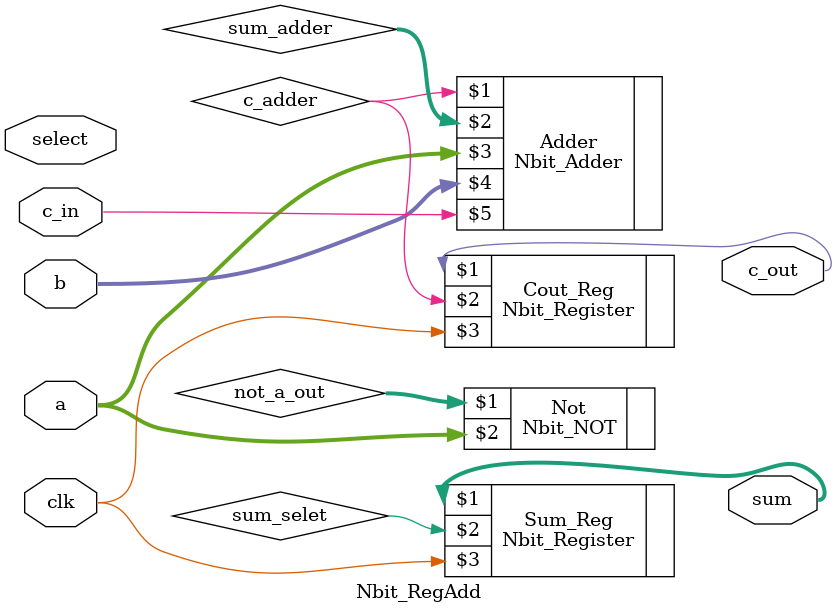
<source format=v>
`timescale 1ns / 1ps


module Nbit_RegAdd(c_in, c_out, sum, a, b, clk, select);

parameter n=8;

input [n-1:0] a;
input [n-1:0] b;
input c_in;
input clk; 
output c_out;
output [n-1:0] sum;
input select;

wire [n-1:0] sum_adder;
wire [n-1:0] sum_select;
wire c_adder;
wire [n-1:0] not_a_out;

Nbit_Adder #(n) Adder (c_adder, sum_adder, a,b,c_in);
Nbit_NOT #(n) Not (not_a_out,a);
assign sum_select = select ? not_a_out: sum_adder;
Nbit_Register #(n) Sum_Reg (sum, sum_selet, clk);
Nbit_Register #(1) Cout_Reg (c_out, c_adder, clk);
endmodule

</source>
